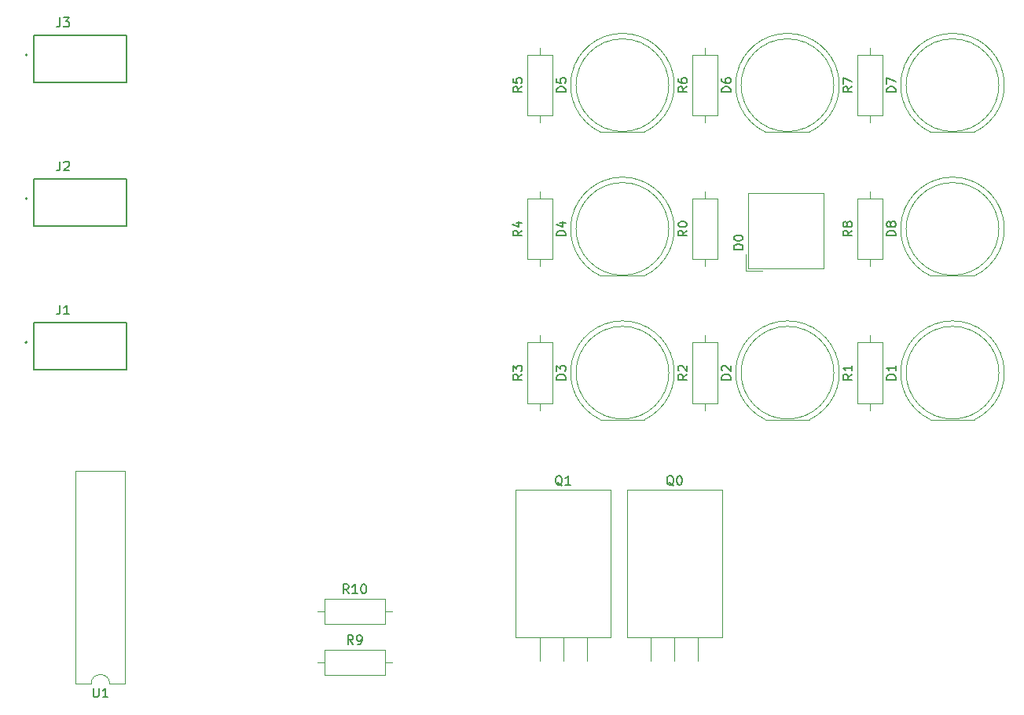
<source format=gbr>
%TF.GenerationSoftware,KiCad,Pcbnew,(5.1.10)-1*%
%TF.CreationDate,2022-06-09T01:25:03+10:00*%
%TF.ProjectId,beehive,62656568-6976-4652-9e6b-696361645f70,rev?*%
%TF.SameCoordinates,Original*%
%TF.FileFunction,Legend,Top*%
%TF.FilePolarity,Positive*%
%FSLAX46Y46*%
G04 Gerber Fmt 4.6, Leading zero omitted, Abs format (unit mm)*
G04 Created by KiCad (PCBNEW (5.1.10)-1) date 2022-06-09 01:25:03*
%MOMM*%
%LPD*%
G01*
G04 APERTURE LIST*
%ADD10C,0.127000*%
%ADD11C,0.200000*%
%ADD12C,0.120000*%
%ADD13C,0.150000*%
G04 APERTURE END LIST*
D10*
%TO.C,J3*%
X103000000Y-64350000D02*
X113000000Y-64350000D01*
X113000000Y-64350000D02*
X113000000Y-69450000D01*
X113000000Y-69450000D02*
X103000000Y-69450000D01*
X103000000Y-69450000D02*
X103000000Y-64350000D01*
D11*
X102300000Y-66500000D02*
G75*
G03*
X102300000Y-66500000I-100000J0D01*
G01*
D10*
%TO.C,J2*%
X103000000Y-79850000D02*
X113000000Y-79850000D01*
X113000000Y-79850000D02*
X113000000Y-84950000D01*
X113000000Y-84950000D02*
X103000000Y-84950000D01*
X103000000Y-84950000D02*
X103000000Y-79850000D01*
D11*
X102300000Y-82000000D02*
G75*
G03*
X102300000Y-82000000I-100000J0D01*
G01*
D10*
%TO.C,J1*%
X103000000Y-95350000D02*
X113000000Y-95350000D01*
X113000000Y-95350000D02*
X113000000Y-100450000D01*
X113000000Y-100450000D02*
X103000000Y-100450000D01*
X103000000Y-100450000D02*
X103000000Y-95350000D01*
D11*
X102300000Y-97500000D02*
G75*
G03*
X102300000Y-97500000I-100000J0D01*
G01*
D12*
%TO.C,R10*%
X141620000Y-126500000D02*
X140850000Y-126500000D01*
X133540000Y-126500000D02*
X134310000Y-126500000D01*
X140850000Y-125130000D02*
X134310000Y-125130000D01*
X140850000Y-127870000D02*
X140850000Y-125130000D01*
X134310000Y-127870000D02*
X140850000Y-127870000D01*
X134310000Y-125130000D02*
X134310000Y-127870000D01*
%TO.C,R9*%
X141620000Y-132000000D02*
X140850000Y-132000000D01*
X133540000Y-132000000D02*
X134310000Y-132000000D01*
X140850000Y-130630000D02*
X134310000Y-130630000D01*
X140850000Y-133370000D02*
X140850000Y-130630000D01*
X134310000Y-133370000D02*
X140850000Y-133370000D01*
X134310000Y-130630000D02*
X134310000Y-133370000D01*
%TO.C,R8*%
X191730000Y-88530000D02*
X194470000Y-88530000D01*
X194470000Y-88530000D02*
X194470000Y-81990000D01*
X194470000Y-81990000D02*
X191730000Y-81990000D01*
X191730000Y-81990000D02*
X191730000Y-88530000D01*
X193100000Y-89300000D02*
X193100000Y-88530000D01*
X193100000Y-81220000D02*
X193100000Y-81990000D01*
%TO.C,R7*%
X191730000Y-73020000D02*
X194470000Y-73020000D01*
X194470000Y-73020000D02*
X194470000Y-66480000D01*
X194470000Y-66480000D02*
X191730000Y-66480000D01*
X191730000Y-66480000D02*
X191730000Y-73020000D01*
X193100000Y-73790000D02*
X193100000Y-73020000D01*
X193100000Y-65710000D02*
X193100000Y-66480000D01*
%TO.C,R6*%
X173950000Y-73020000D02*
X176690000Y-73020000D01*
X176690000Y-73020000D02*
X176690000Y-66480000D01*
X176690000Y-66480000D02*
X173950000Y-66480000D01*
X173950000Y-66480000D02*
X173950000Y-73020000D01*
X175320000Y-73790000D02*
X175320000Y-73020000D01*
X175320000Y-65710000D02*
X175320000Y-66480000D01*
%TO.C,R5*%
X156170000Y-73020000D02*
X158910000Y-73020000D01*
X158910000Y-73020000D02*
X158910000Y-66480000D01*
X158910000Y-66480000D02*
X156170000Y-66480000D01*
X156170000Y-66480000D02*
X156170000Y-73020000D01*
X157540000Y-73790000D02*
X157540000Y-73020000D01*
X157540000Y-65710000D02*
X157540000Y-66480000D01*
%TO.C,R4*%
X156170000Y-88530000D02*
X158910000Y-88530000D01*
X158910000Y-88530000D02*
X158910000Y-81990000D01*
X158910000Y-81990000D02*
X156170000Y-81990000D01*
X156170000Y-81990000D02*
X156170000Y-88530000D01*
X157540000Y-89300000D02*
X157540000Y-88530000D01*
X157540000Y-81220000D02*
X157540000Y-81990000D01*
%TO.C,R3*%
X156170000Y-104040000D02*
X158910000Y-104040000D01*
X158910000Y-104040000D02*
X158910000Y-97500000D01*
X158910000Y-97500000D02*
X156170000Y-97500000D01*
X156170000Y-97500000D02*
X156170000Y-104040000D01*
X157540000Y-104810000D02*
X157540000Y-104040000D01*
X157540000Y-96730000D02*
X157540000Y-97500000D01*
%TO.C,R2*%
X173950000Y-104040000D02*
X176690000Y-104040000D01*
X176690000Y-104040000D02*
X176690000Y-97500000D01*
X176690000Y-97500000D02*
X173950000Y-97500000D01*
X173950000Y-97500000D02*
X173950000Y-104040000D01*
X175320000Y-104810000D02*
X175320000Y-104040000D01*
X175320000Y-96730000D02*
X175320000Y-97500000D01*
%TO.C,D8*%
X206990000Y-85260000D02*
G75*
G03*
X206990000Y-85260000I-5000000J0D01*
G01*
X199614000Y-90320000D02*
X204366000Y-90320000D01*
X201994741Y-79670002D02*
G75*
G02*
X204365816Y-90320000I-4741J-5589998D01*
G01*
X201985259Y-79670002D02*
G75*
G03*
X199614184Y-90320000I4741J-5589998D01*
G01*
%TO.C,D7*%
X206990000Y-69750000D02*
G75*
G03*
X206990000Y-69750000I-5000000J0D01*
G01*
X199614000Y-74810000D02*
X204366000Y-74810000D01*
X201994741Y-64160002D02*
G75*
G02*
X204365816Y-74810000I-4741J-5589998D01*
G01*
X201985259Y-64160002D02*
G75*
G03*
X199614184Y-74810000I4741J-5589998D01*
G01*
%TO.C,D6*%
X189210000Y-69750000D02*
G75*
G03*
X189210000Y-69750000I-5000000J0D01*
G01*
X181834000Y-74810000D02*
X186586000Y-74810000D01*
X184214741Y-64160002D02*
G75*
G02*
X186585816Y-74810000I-4741J-5589998D01*
G01*
X184205259Y-64160002D02*
G75*
G03*
X181834184Y-74810000I4741J-5589998D01*
G01*
%TO.C,D5*%
X171430000Y-69750000D02*
G75*
G03*
X171430000Y-69750000I-5000000J0D01*
G01*
X164054000Y-74810000D02*
X168806000Y-74810000D01*
X166434741Y-64160002D02*
G75*
G02*
X168805816Y-74810000I-4741J-5589998D01*
G01*
X166425259Y-64160002D02*
G75*
G03*
X164054184Y-74810000I4741J-5589998D01*
G01*
%TO.C,D4*%
X171430000Y-85260000D02*
G75*
G03*
X171430000Y-85260000I-5000000J0D01*
G01*
X164054000Y-90320000D02*
X168806000Y-90320000D01*
X166434741Y-79670002D02*
G75*
G02*
X168805816Y-90320000I-4741J-5589998D01*
G01*
X166425259Y-79670002D02*
G75*
G03*
X164054184Y-90320000I4741J-5589998D01*
G01*
%TO.C,D3*%
X171430000Y-100770000D02*
G75*
G03*
X171430000Y-100770000I-5000000J0D01*
G01*
X164054000Y-105830000D02*
X168806000Y-105830000D01*
X166434741Y-95180002D02*
G75*
G02*
X168805816Y-105830000I-4741J-5589998D01*
G01*
X166425259Y-95180002D02*
G75*
G03*
X164054184Y-105830000I4741J-5589998D01*
G01*
%TO.C,D2*%
X189210000Y-100770000D02*
G75*
G03*
X189210000Y-100770000I-5000000J0D01*
G01*
X181834000Y-105830000D02*
X186586000Y-105830000D01*
X184214741Y-95180002D02*
G75*
G02*
X186585816Y-105830000I-4741J-5589998D01*
G01*
X184205259Y-95180002D02*
G75*
G03*
X181834184Y-105830000I4741J-5589998D01*
G01*
%TO.C,Q1*%
X154920000Y-129310000D02*
X165160000Y-129310000D01*
X154920000Y-113420000D02*
X165160000Y-113420000D01*
X154920000Y-113420000D02*
X154920000Y-129310000D01*
X165160000Y-113420000D02*
X165160000Y-129310000D01*
X157500000Y-129310000D02*
X157500000Y-131850000D01*
X160040000Y-129310000D02*
X160040000Y-131850000D01*
X162580000Y-129310000D02*
X162580000Y-131850000D01*
%TO.C,Q0*%
X166920000Y-129310000D02*
X177160000Y-129310000D01*
X166920000Y-113420000D02*
X177160000Y-113420000D01*
X166920000Y-113420000D02*
X166920000Y-129310000D01*
X177160000Y-113420000D02*
X177160000Y-129310000D01*
X169500000Y-129310000D02*
X169500000Y-131850000D01*
X172040000Y-129310000D02*
X172040000Y-131850000D01*
X174580000Y-129310000D02*
X174580000Y-131850000D01*
%TO.C,R0*%
X173950000Y-88530000D02*
X176690000Y-88530000D01*
X176690000Y-88530000D02*
X176690000Y-81990000D01*
X176690000Y-81990000D02*
X173950000Y-81990000D01*
X173950000Y-81990000D02*
X173950000Y-88530000D01*
X175320000Y-89300000D02*
X175320000Y-88530000D01*
X175320000Y-81220000D02*
X175320000Y-81990000D01*
%TO.C,D0*%
X179722000Y-89778000D02*
X181500000Y-89778000D01*
X179722000Y-88000000D02*
X179722000Y-89778000D01*
X188104000Y-89524000D02*
X188104000Y-81396000D01*
X179976000Y-89524000D02*
X188104000Y-89524000D01*
X179976000Y-81396000D02*
X179976000Y-89524000D01*
X188104000Y-81396000D02*
X179976000Y-81396000D01*
%TO.C,D1*%
X206990000Y-100770000D02*
G75*
G03*
X206990000Y-100770000I-5000000J0D01*
G01*
X199614000Y-105830000D02*
X204366000Y-105830000D01*
X201994741Y-95180002D02*
G75*
G02*
X204365816Y-105830000I-4741J-5589998D01*
G01*
X201985259Y-95180002D02*
G75*
G03*
X199614184Y-105830000I4741J-5589998D01*
G01*
%TO.C,U1*%
X111190000Y-134330000D02*
X112840000Y-134330000D01*
X112840000Y-134330000D02*
X112840000Y-111350000D01*
X112840000Y-111350000D02*
X107540000Y-111350000D01*
X107540000Y-111350000D02*
X107540000Y-134330000D01*
X107540000Y-134330000D02*
X109190000Y-134330000D01*
X109190000Y-134330000D02*
G75*
G02*
X111190000Y-134330000I1000000J0D01*
G01*
%TO.C,R1*%
X191730000Y-104040000D02*
X194470000Y-104040000D01*
X194470000Y-104040000D02*
X194470000Y-97500000D01*
X194470000Y-97500000D02*
X191730000Y-97500000D01*
X191730000Y-97500000D02*
X191730000Y-104040000D01*
X193100000Y-104810000D02*
X193100000Y-104040000D01*
X193100000Y-96730000D02*
X193100000Y-97500000D01*
%TO.C,J3*%
D13*
X105841666Y-62467380D02*
X105841666Y-63181666D01*
X105794047Y-63324523D01*
X105698809Y-63419761D01*
X105555952Y-63467380D01*
X105460714Y-63467380D01*
X106222619Y-62467380D02*
X106841666Y-62467380D01*
X106508333Y-62848333D01*
X106651190Y-62848333D01*
X106746428Y-62895952D01*
X106794047Y-62943571D01*
X106841666Y-63038809D01*
X106841666Y-63276904D01*
X106794047Y-63372142D01*
X106746428Y-63419761D01*
X106651190Y-63467380D01*
X106365476Y-63467380D01*
X106270238Y-63419761D01*
X106222619Y-63372142D01*
%TO.C,J2*%
X105841666Y-77967380D02*
X105841666Y-78681666D01*
X105794047Y-78824523D01*
X105698809Y-78919761D01*
X105555952Y-78967380D01*
X105460714Y-78967380D01*
X106270238Y-78062619D02*
X106317857Y-78015000D01*
X106413095Y-77967380D01*
X106651190Y-77967380D01*
X106746428Y-78015000D01*
X106794047Y-78062619D01*
X106841666Y-78157857D01*
X106841666Y-78253095D01*
X106794047Y-78395952D01*
X106222619Y-78967380D01*
X106841666Y-78967380D01*
%TO.C,J1*%
X105841666Y-93467380D02*
X105841666Y-94181666D01*
X105794047Y-94324523D01*
X105698809Y-94419761D01*
X105555952Y-94467380D01*
X105460714Y-94467380D01*
X106841666Y-94467380D02*
X106270238Y-94467380D01*
X106555952Y-94467380D02*
X106555952Y-93467380D01*
X106460714Y-93610238D01*
X106365476Y-93705476D01*
X106270238Y-93753095D01*
%TO.C,R10*%
X136937142Y-124582380D02*
X136603809Y-124106190D01*
X136365714Y-124582380D02*
X136365714Y-123582380D01*
X136746666Y-123582380D01*
X136841904Y-123630000D01*
X136889523Y-123677619D01*
X136937142Y-123772857D01*
X136937142Y-123915714D01*
X136889523Y-124010952D01*
X136841904Y-124058571D01*
X136746666Y-124106190D01*
X136365714Y-124106190D01*
X137889523Y-124582380D02*
X137318095Y-124582380D01*
X137603809Y-124582380D02*
X137603809Y-123582380D01*
X137508571Y-123725238D01*
X137413333Y-123820476D01*
X137318095Y-123868095D01*
X138508571Y-123582380D02*
X138603809Y-123582380D01*
X138699047Y-123630000D01*
X138746666Y-123677619D01*
X138794285Y-123772857D01*
X138841904Y-123963333D01*
X138841904Y-124201428D01*
X138794285Y-124391904D01*
X138746666Y-124487142D01*
X138699047Y-124534761D01*
X138603809Y-124582380D01*
X138508571Y-124582380D01*
X138413333Y-124534761D01*
X138365714Y-124487142D01*
X138318095Y-124391904D01*
X138270476Y-124201428D01*
X138270476Y-123963333D01*
X138318095Y-123772857D01*
X138365714Y-123677619D01*
X138413333Y-123630000D01*
X138508571Y-123582380D01*
%TO.C,R9*%
X137413333Y-130082380D02*
X137080000Y-129606190D01*
X136841904Y-130082380D02*
X136841904Y-129082380D01*
X137222857Y-129082380D01*
X137318095Y-129130000D01*
X137365714Y-129177619D01*
X137413333Y-129272857D01*
X137413333Y-129415714D01*
X137365714Y-129510952D01*
X137318095Y-129558571D01*
X137222857Y-129606190D01*
X136841904Y-129606190D01*
X137889523Y-130082380D02*
X138080000Y-130082380D01*
X138175238Y-130034761D01*
X138222857Y-129987142D01*
X138318095Y-129844285D01*
X138365714Y-129653809D01*
X138365714Y-129272857D01*
X138318095Y-129177619D01*
X138270476Y-129130000D01*
X138175238Y-129082380D01*
X137984761Y-129082380D01*
X137889523Y-129130000D01*
X137841904Y-129177619D01*
X137794285Y-129272857D01*
X137794285Y-129510952D01*
X137841904Y-129606190D01*
X137889523Y-129653809D01*
X137984761Y-129701428D01*
X138175238Y-129701428D01*
X138270476Y-129653809D01*
X138318095Y-129606190D01*
X138365714Y-129510952D01*
%TO.C,R8*%
X191182380Y-85426666D02*
X190706190Y-85760000D01*
X191182380Y-85998095D02*
X190182380Y-85998095D01*
X190182380Y-85617142D01*
X190230000Y-85521904D01*
X190277619Y-85474285D01*
X190372857Y-85426666D01*
X190515714Y-85426666D01*
X190610952Y-85474285D01*
X190658571Y-85521904D01*
X190706190Y-85617142D01*
X190706190Y-85998095D01*
X190610952Y-84855238D02*
X190563333Y-84950476D01*
X190515714Y-84998095D01*
X190420476Y-85045714D01*
X190372857Y-85045714D01*
X190277619Y-84998095D01*
X190230000Y-84950476D01*
X190182380Y-84855238D01*
X190182380Y-84664761D01*
X190230000Y-84569523D01*
X190277619Y-84521904D01*
X190372857Y-84474285D01*
X190420476Y-84474285D01*
X190515714Y-84521904D01*
X190563333Y-84569523D01*
X190610952Y-84664761D01*
X190610952Y-84855238D01*
X190658571Y-84950476D01*
X190706190Y-84998095D01*
X190801428Y-85045714D01*
X190991904Y-85045714D01*
X191087142Y-84998095D01*
X191134761Y-84950476D01*
X191182380Y-84855238D01*
X191182380Y-84664761D01*
X191134761Y-84569523D01*
X191087142Y-84521904D01*
X190991904Y-84474285D01*
X190801428Y-84474285D01*
X190706190Y-84521904D01*
X190658571Y-84569523D01*
X190610952Y-84664761D01*
%TO.C,R7*%
X191182380Y-69916666D02*
X190706190Y-70250000D01*
X191182380Y-70488095D02*
X190182380Y-70488095D01*
X190182380Y-70107142D01*
X190230000Y-70011904D01*
X190277619Y-69964285D01*
X190372857Y-69916666D01*
X190515714Y-69916666D01*
X190610952Y-69964285D01*
X190658571Y-70011904D01*
X190706190Y-70107142D01*
X190706190Y-70488095D01*
X190182380Y-69583333D02*
X190182380Y-68916666D01*
X191182380Y-69345238D01*
%TO.C,R6*%
X173402380Y-69916666D02*
X172926190Y-70250000D01*
X173402380Y-70488095D02*
X172402380Y-70488095D01*
X172402380Y-70107142D01*
X172450000Y-70011904D01*
X172497619Y-69964285D01*
X172592857Y-69916666D01*
X172735714Y-69916666D01*
X172830952Y-69964285D01*
X172878571Y-70011904D01*
X172926190Y-70107142D01*
X172926190Y-70488095D01*
X172402380Y-69059523D02*
X172402380Y-69250000D01*
X172450000Y-69345238D01*
X172497619Y-69392857D01*
X172640476Y-69488095D01*
X172830952Y-69535714D01*
X173211904Y-69535714D01*
X173307142Y-69488095D01*
X173354761Y-69440476D01*
X173402380Y-69345238D01*
X173402380Y-69154761D01*
X173354761Y-69059523D01*
X173307142Y-69011904D01*
X173211904Y-68964285D01*
X172973809Y-68964285D01*
X172878571Y-69011904D01*
X172830952Y-69059523D01*
X172783333Y-69154761D01*
X172783333Y-69345238D01*
X172830952Y-69440476D01*
X172878571Y-69488095D01*
X172973809Y-69535714D01*
%TO.C,R5*%
X155622380Y-69916666D02*
X155146190Y-70250000D01*
X155622380Y-70488095D02*
X154622380Y-70488095D01*
X154622380Y-70107142D01*
X154670000Y-70011904D01*
X154717619Y-69964285D01*
X154812857Y-69916666D01*
X154955714Y-69916666D01*
X155050952Y-69964285D01*
X155098571Y-70011904D01*
X155146190Y-70107142D01*
X155146190Y-70488095D01*
X154622380Y-69011904D02*
X154622380Y-69488095D01*
X155098571Y-69535714D01*
X155050952Y-69488095D01*
X155003333Y-69392857D01*
X155003333Y-69154761D01*
X155050952Y-69059523D01*
X155098571Y-69011904D01*
X155193809Y-68964285D01*
X155431904Y-68964285D01*
X155527142Y-69011904D01*
X155574761Y-69059523D01*
X155622380Y-69154761D01*
X155622380Y-69392857D01*
X155574761Y-69488095D01*
X155527142Y-69535714D01*
%TO.C,R4*%
X155622380Y-85426666D02*
X155146190Y-85760000D01*
X155622380Y-85998095D02*
X154622380Y-85998095D01*
X154622380Y-85617142D01*
X154670000Y-85521904D01*
X154717619Y-85474285D01*
X154812857Y-85426666D01*
X154955714Y-85426666D01*
X155050952Y-85474285D01*
X155098571Y-85521904D01*
X155146190Y-85617142D01*
X155146190Y-85998095D01*
X154955714Y-84569523D02*
X155622380Y-84569523D01*
X154574761Y-84807619D02*
X155289047Y-85045714D01*
X155289047Y-84426666D01*
%TO.C,R3*%
X155622380Y-100936666D02*
X155146190Y-101270000D01*
X155622380Y-101508095D02*
X154622380Y-101508095D01*
X154622380Y-101127142D01*
X154670000Y-101031904D01*
X154717619Y-100984285D01*
X154812857Y-100936666D01*
X154955714Y-100936666D01*
X155050952Y-100984285D01*
X155098571Y-101031904D01*
X155146190Y-101127142D01*
X155146190Y-101508095D01*
X154622380Y-100603333D02*
X154622380Y-99984285D01*
X155003333Y-100317619D01*
X155003333Y-100174761D01*
X155050952Y-100079523D01*
X155098571Y-100031904D01*
X155193809Y-99984285D01*
X155431904Y-99984285D01*
X155527142Y-100031904D01*
X155574761Y-100079523D01*
X155622380Y-100174761D01*
X155622380Y-100460476D01*
X155574761Y-100555714D01*
X155527142Y-100603333D01*
%TO.C,R2*%
X173402380Y-100936666D02*
X172926190Y-101270000D01*
X173402380Y-101508095D02*
X172402380Y-101508095D01*
X172402380Y-101127142D01*
X172450000Y-101031904D01*
X172497619Y-100984285D01*
X172592857Y-100936666D01*
X172735714Y-100936666D01*
X172830952Y-100984285D01*
X172878571Y-101031904D01*
X172926190Y-101127142D01*
X172926190Y-101508095D01*
X172497619Y-100555714D02*
X172450000Y-100508095D01*
X172402380Y-100412857D01*
X172402380Y-100174761D01*
X172450000Y-100079523D01*
X172497619Y-100031904D01*
X172592857Y-99984285D01*
X172688095Y-99984285D01*
X172830952Y-100031904D01*
X173402380Y-100603333D01*
X173402380Y-99984285D01*
%TO.C,D8*%
X195882380Y-85998095D02*
X194882380Y-85998095D01*
X194882380Y-85760000D01*
X194930000Y-85617142D01*
X195025238Y-85521904D01*
X195120476Y-85474285D01*
X195310952Y-85426666D01*
X195453809Y-85426666D01*
X195644285Y-85474285D01*
X195739523Y-85521904D01*
X195834761Y-85617142D01*
X195882380Y-85760000D01*
X195882380Y-85998095D01*
X195310952Y-84855238D02*
X195263333Y-84950476D01*
X195215714Y-84998095D01*
X195120476Y-85045714D01*
X195072857Y-85045714D01*
X194977619Y-84998095D01*
X194930000Y-84950476D01*
X194882380Y-84855238D01*
X194882380Y-84664761D01*
X194930000Y-84569523D01*
X194977619Y-84521904D01*
X195072857Y-84474285D01*
X195120476Y-84474285D01*
X195215714Y-84521904D01*
X195263333Y-84569523D01*
X195310952Y-84664761D01*
X195310952Y-84855238D01*
X195358571Y-84950476D01*
X195406190Y-84998095D01*
X195501428Y-85045714D01*
X195691904Y-85045714D01*
X195787142Y-84998095D01*
X195834761Y-84950476D01*
X195882380Y-84855238D01*
X195882380Y-84664761D01*
X195834761Y-84569523D01*
X195787142Y-84521904D01*
X195691904Y-84474285D01*
X195501428Y-84474285D01*
X195406190Y-84521904D01*
X195358571Y-84569523D01*
X195310952Y-84664761D01*
%TO.C,D7*%
X195882380Y-70488095D02*
X194882380Y-70488095D01*
X194882380Y-70250000D01*
X194930000Y-70107142D01*
X195025238Y-70011904D01*
X195120476Y-69964285D01*
X195310952Y-69916666D01*
X195453809Y-69916666D01*
X195644285Y-69964285D01*
X195739523Y-70011904D01*
X195834761Y-70107142D01*
X195882380Y-70250000D01*
X195882380Y-70488095D01*
X194882380Y-69583333D02*
X194882380Y-68916666D01*
X195882380Y-69345238D01*
%TO.C,D6*%
X178102380Y-70488095D02*
X177102380Y-70488095D01*
X177102380Y-70250000D01*
X177150000Y-70107142D01*
X177245238Y-70011904D01*
X177340476Y-69964285D01*
X177530952Y-69916666D01*
X177673809Y-69916666D01*
X177864285Y-69964285D01*
X177959523Y-70011904D01*
X178054761Y-70107142D01*
X178102380Y-70250000D01*
X178102380Y-70488095D01*
X177102380Y-69059523D02*
X177102380Y-69250000D01*
X177150000Y-69345238D01*
X177197619Y-69392857D01*
X177340476Y-69488095D01*
X177530952Y-69535714D01*
X177911904Y-69535714D01*
X178007142Y-69488095D01*
X178054761Y-69440476D01*
X178102380Y-69345238D01*
X178102380Y-69154761D01*
X178054761Y-69059523D01*
X178007142Y-69011904D01*
X177911904Y-68964285D01*
X177673809Y-68964285D01*
X177578571Y-69011904D01*
X177530952Y-69059523D01*
X177483333Y-69154761D01*
X177483333Y-69345238D01*
X177530952Y-69440476D01*
X177578571Y-69488095D01*
X177673809Y-69535714D01*
%TO.C,D5*%
X160322380Y-70488095D02*
X159322380Y-70488095D01*
X159322380Y-70250000D01*
X159370000Y-70107142D01*
X159465238Y-70011904D01*
X159560476Y-69964285D01*
X159750952Y-69916666D01*
X159893809Y-69916666D01*
X160084285Y-69964285D01*
X160179523Y-70011904D01*
X160274761Y-70107142D01*
X160322380Y-70250000D01*
X160322380Y-70488095D01*
X159322380Y-69011904D02*
X159322380Y-69488095D01*
X159798571Y-69535714D01*
X159750952Y-69488095D01*
X159703333Y-69392857D01*
X159703333Y-69154761D01*
X159750952Y-69059523D01*
X159798571Y-69011904D01*
X159893809Y-68964285D01*
X160131904Y-68964285D01*
X160227142Y-69011904D01*
X160274761Y-69059523D01*
X160322380Y-69154761D01*
X160322380Y-69392857D01*
X160274761Y-69488095D01*
X160227142Y-69535714D01*
%TO.C,D4*%
X160322380Y-85998095D02*
X159322380Y-85998095D01*
X159322380Y-85760000D01*
X159370000Y-85617142D01*
X159465238Y-85521904D01*
X159560476Y-85474285D01*
X159750952Y-85426666D01*
X159893809Y-85426666D01*
X160084285Y-85474285D01*
X160179523Y-85521904D01*
X160274761Y-85617142D01*
X160322380Y-85760000D01*
X160322380Y-85998095D01*
X159655714Y-84569523D02*
X160322380Y-84569523D01*
X159274761Y-84807619D02*
X159989047Y-85045714D01*
X159989047Y-84426666D01*
%TO.C,D3*%
X160322380Y-101508095D02*
X159322380Y-101508095D01*
X159322380Y-101270000D01*
X159370000Y-101127142D01*
X159465238Y-101031904D01*
X159560476Y-100984285D01*
X159750952Y-100936666D01*
X159893809Y-100936666D01*
X160084285Y-100984285D01*
X160179523Y-101031904D01*
X160274761Y-101127142D01*
X160322380Y-101270000D01*
X160322380Y-101508095D01*
X159322380Y-100603333D02*
X159322380Y-99984285D01*
X159703333Y-100317619D01*
X159703333Y-100174761D01*
X159750952Y-100079523D01*
X159798571Y-100031904D01*
X159893809Y-99984285D01*
X160131904Y-99984285D01*
X160227142Y-100031904D01*
X160274761Y-100079523D01*
X160322380Y-100174761D01*
X160322380Y-100460476D01*
X160274761Y-100555714D01*
X160227142Y-100603333D01*
%TO.C,D2*%
X178102380Y-101508095D02*
X177102380Y-101508095D01*
X177102380Y-101270000D01*
X177150000Y-101127142D01*
X177245238Y-101031904D01*
X177340476Y-100984285D01*
X177530952Y-100936666D01*
X177673809Y-100936666D01*
X177864285Y-100984285D01*
X177959523Y-101031904D01*
X178054761Y-101127142D01*
X178102380Y-101270000D01*
X178102380Y-101508095D01*
X177197619Y-100555714D02*
X177150000Y-100508095D01*
X177102380Y-100412857D01*
X177102380Y-100174761D01*
X177150000Y-100079523D01*
X177197619Y-100031904D01*
X177292857Y-99984285D01*
X177388095Y-99984285D01*
X177530952Y-100031904D01*
X178102380Y-100603333D01*
X178102380Y-99984285D01*
%TO.C,Q1*%
X159944761Y-112967619D02*
X159849523Y-112920000D01*
X159754285Y-112824761D01*
X159611428Y-112681904D01*
X159516190Y-112634285D01*
X159420952Y-112634285D01*
X159468571Y-112872380D02*
X159373333Y-112824761D01*
X159278095Y-112729523D01*
X159230476Y-112539047D01*
X159230476Y-112205714D01*
X159278095Y-112015238D01*
X159373333Y-111920000D01*
X159468571Y-111872380D01*
X159659047Y-111872380D01*
X159754285Y-111920000D01*
X159849523Y-112015238D01*
X159897142Y-112205714D01*
X159897142Y-112539047D01*
X159849523Y-112729523D01*
X159754285Y-112824761D01*
X159659047Y-112872380D01*
X159468571Y-112872380D01*
X160849523Y-112872380D02*
X160278095Y-112872380D01*
X160563809Y-112872380D02*
X160563809Y-111872380D01*
X160468571Y-112015238D01*
X160373333Y-112110476D01*
X160278095Y-112158095D01*
%TO.C,Q0*%
X171944761Y-112967619D02*
X171849523Y-112920000D01*
X171754285Y-112824761D01*
X171611428Y-112681904D01*
X171516190Y-112634285D01*
X171420952Y-112634285D01*
X171468571Y-112872380D02*
X171373333Y-112824761D01*
X171278095Y-112729523D01*
X171230476Y-112539047D01*
X171230476Y-112205714D01*
X171278095Y-112015238D01*
X171373333Y-111920000D01*
X171468571Y-111872380D01*
X171659047Y-111872380D01*
X171754285Y-111920000D01*
X171849523Y-112015238D01*
X171897142Y-112205714D01*
X171897142Y-112539047D01*
X171849523Y-112729523D01*
X171754285Y-112824761D01*
X171659047Y-112872380D01*
X171468571Y-112872380D01*
X172516190Y-111872380D02*
X172611428Y-111872380D01*
X172706666Y-111920000D01*
X172754285Y-111967619D01*
X172801904Y-112062857D01*
X172849523Y-112253333D01*
X172849523Y-112491428D01*
X172801904Y-112681904D01*
X172754285Y-112777142D01*
X172706666Y-112824761D01*
X172611428Y-112872380D01*
X172516190Y-112872380D01*
X172420952Y-112824761D01*
X172373333Y-112777142D01*
X172325714Y-112681904D01*
X172278095Y-112491428D01*
X172278095Y-112253333D01*
X172325714Y-112062857D01*
X172373333Y-111967619D01*
X172420952Y-111920000D01*
X172516190Y-111872380D01*
%TO.C,R0*%
X173402380Y-85426666D02*
X172926190Y-85760000D01*
X173402380Y-85998095D02*
X172402380Y-85998095D01*
X172402380Y-85617142D01*
X172450000Y-85521904D01*
X172497619Y-85474285D01*
X172592857Y-85426666D01*
X172735714Y-85426666D01*
X172830952Y-85474285D01*
X172878571Y-85521904D01*
X172926190Y-85617142D01*
X172926190Y-85998095D01*
X172402380Y-84807619D02*
X172402380Y-84712380D01*
X172450000Y-84617142D01*
X172497619Y-84569523D01*
X172592857Y-84521904D01*
X172783333Y-84474285D01*
X173021428Y-84474285D01*
X173211904Y-84521904D01*
X173307142Y-84569523D01*
X173354761Y-84617142D01*
X173402380Y-84712380D01*
X173402380Y-84807619D01*
X173354761Y-84902857D01*
X173307142Y-84950476D01*
X173211904Y-84998095D01*
X173021428Y-85045714D01*
X172783333Y-85045714D01*
X172592857Y-84998095D01*
X172497619Y-84950476D01*
X172450000Y-84902857D01*
X172402380Y-84807619D01*
%TO.C,D0*%
X179412380Y-87468095D02*
X178412380Y-87468095D01*
X178412380Y-87230000D01*
X178460000Y-87087142D01*
X178555238Y-86991904D01*
X178650476Y-86944285D01*
X178840952Y-86896666D01*
X178983809Y-86896666D01*
X179174285Y-86944285D01*
X179269523Y-86991904D01*
X179364761Y-87087142D01*
X179412380Y-87230000D01*
X179412380Y-87468095D01*
X178412380Y-86277619D02*
X178412380Y-86182380D01*
X178460000Y-86087142D01*
X178507619Y-86039523D01*
X178602857Y-85991904D01*
X178793333Y-85944285D01*
X179031428Y-85944285D01*
X179221904Y-85991904D01*
X179317142Y-86039523D01*
X179364761Y-86087142D01*
X179412380Y-86182380D01*
X179412380Y-86277619D01*
X179364761Y-86372857D01*
X179317142Y-86420476D01*
X179221904Y-86468095D01*
X179031428Y-86515714D01*
X178793333Y-86515714D01*
X178602857Y-86468095D01*
X178507619Y-86420476D01*
X178460000Y-86372857D01*
X178412380Y-86277619D01*
%TO.C,D1*%
X195882380Y-101508095D02*
X194882380Y-101508095D01*
X194882380Y-101270000D01*
X194930000Y-101127142D01*
X195025238Y-101031904D01*
X195120476Y-100984285D01*
X195310952Y-100936666D01*
X195453809Y-100936666D01*
X195644285Y-100984285D01*
X195739523Y-101031904D01*
X195834761Y-101127142D01*
X195882380Y-101270000D01*
X195882380Y-101508095D01*
X195882380Y-99984285D02*
X195882380Y-100555714D01*
X195882380Y-100270000D02*
X194882380Y-100270000D01*
X195025238Y-100365238D01*
X195120476Y-100460476D01*
X195168095Y-100555714D01*
%TO.C,U1*%
X109428095Y-134782380D02*
X109428095Y-135591904D01*
X109475714Y-135687142D01*
X109523333Y-135734761D01*
X109618571Y-135782380D01*
X109809047Y-135782380D01*
X109904285Y-135734761D01*
X109951904Y-135687142D01*
X109999523Y-135591904D01*
X109999523Y-134782380D01*
X110999523Y-135782380D02*
X110428095Y-135782380D01*
X110713809Y-135782380D02*
X110713809Y-134782380D01*
X110618571Y-134925238D01*
X110523333Y-135020476D01*
X110428095Y-135068095D01*
%TO.C,R1*%
X191182380Y-100936666D02*
X190706190Y-101270000D01*
X191182380Y-101508095D02*
X190182380Y-101508095D01*
X190182380Y-101127142D01*
X190230000Y-101031904D01*
X190277619Y-100984285D01*
X190372857Y-100936666D01*
X190515714Y-100936666D01*
X190610952Y-100984285D01*
X190658571Y-101031904D01*
X190706190Y-101127142D01*
X190706190Y-101508095D01*
X191182380Y-99984285D02*
X191182380Y-100555714D01*
X191182380Y-100270000D02*
X190182380Y-100270000D01*
X190325238Y-100365238D01*
X190420476Y-100460476D01*
X190468095Y-100555714D01*
%TD*%
M02*

</source>
